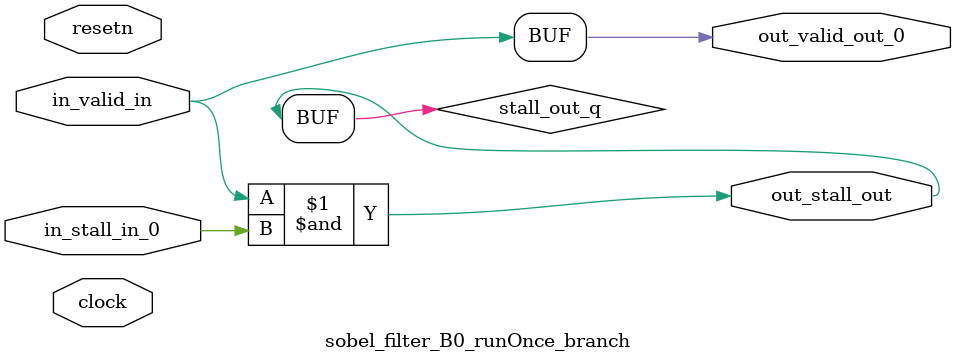
<source format=sv>



(* altera_attribute = "-name AUTO_SHIFT_REGISTER_RECOGNITION OFF; -name MESSAGE_DISABLE 10036; -name MESSAGE_DISABLE 10037; -name MESSAGE_DISABLE 14130; -name MESSAGE_DISABLE 14320; -name MESSAGE_DISABLE 15400; -name MESSAGE_DISABLE 14130; -name MESSAGE_DISABLE 10036; -name MESSAGE_DISABLE 12020; -name MESSAGE_DISABLE 12030; -name MESSAGE_DISABLE 12010; -name MESSAGE_DISABLE 12110; -name MESSAGE_DISABLE 14320; -name MESSAGE_DISABLE 13410; -name MESSAGE_DISABLE 113007; -name MESSAGE_DISABLE 10958" *)
module sobel_filter_B0_runOnce_branch (
    input wire [0:0] in_stall_in_0,
    input wire [0:0] in_valid_in,
    output wire [0:0] out_stall_out,
    output wire [0:0] out_valid_out_0,
    input wire clock,
    input wire resetn
    );

    wire [0:0] stall_out_q;


    // stall_out(LOGICAL,6)
    assign stall_out_q = in_valid_in & in_stall_in_0;

    // out_stall_out(GPOUT,4)
    assign out_stall_out = stall_out_q;

    // out_valid_out_0(GPOUT,5)
    assign out_valid_out_0 = in_valid_in;

endmodule

</source>
